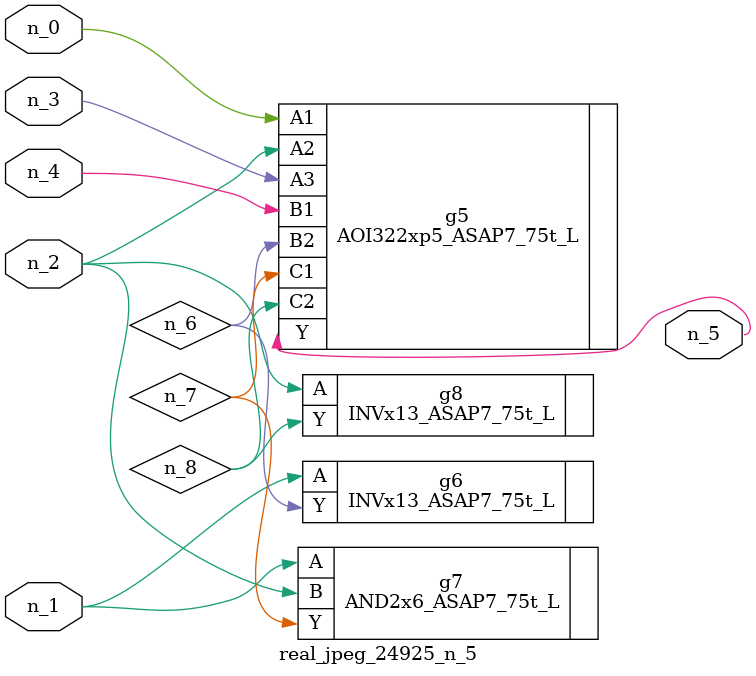
<source format=v>
module real_jpeg_24925_n_5 (n_4, n_0, n_1, n_2, n_3, n_5);

input n_4;
input n_0;
input n_1;
input n_2;
input n_3;

output n_5;

wire n_8;
wire n_6;
wire n_7;

AOI322xp5_ASAP7_75t_L g5 ( 
.A1(n_0),
.A2(n_2),
.A3(n_3),
.B1(n_4),
.B2(n_6),
.C1(n_7),
.C2(n_8),
.Y(n_5)
);

INVx13_ASAP7_75t_L g6 ( 
.A(n_1),
.Y(n_6)
);

AND2x6_ASAP7_75t_L g7 ( 
.A(n_1),
.B(n_2),
.Y(n_7)
);

INVx13_ASAP7_75t_L g8 ( 
.A(n_2),
.Y(n_8)
);


endmodule
</source>
